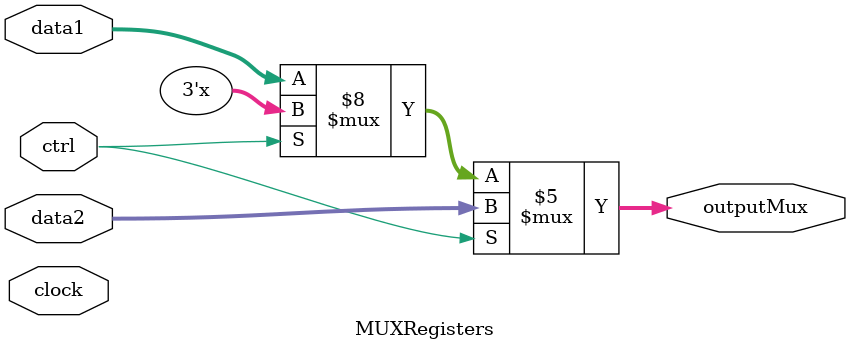
<source format=v>
module MUXRegisters(clock, data1, data2, ctrl, outputMux);

    input [2:0]data1;
    input [2:0]data2;
    input ctrl;
    input clock;

    output reg [2:0]outputMux;

    always @ (clock)begin
        if(ctrl == 0)begin
            outputMux = data1;
        end if(ctrl == 1)begin
            outputMux = data2;
        end
    end
endmodule
</source>
